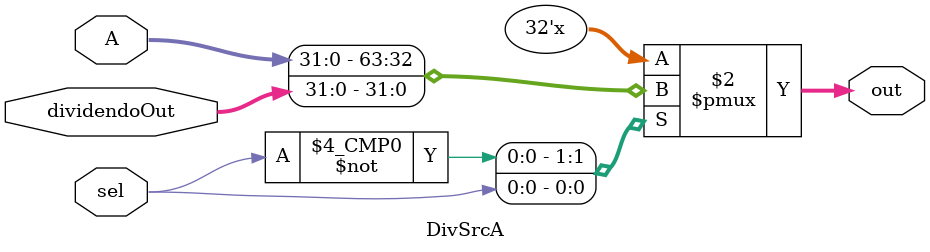
<source format=v>
module DivSrcA(
    input [31:0] A,
    input [31:0] dividendoOut,
    input sel,
    output reg [31:0] out
);

always @(sel) begin
    case (sel)
    1'b0: out = A;
    1'b1: out = dividendoOut;
    endcase
end
endmodule
</source>
